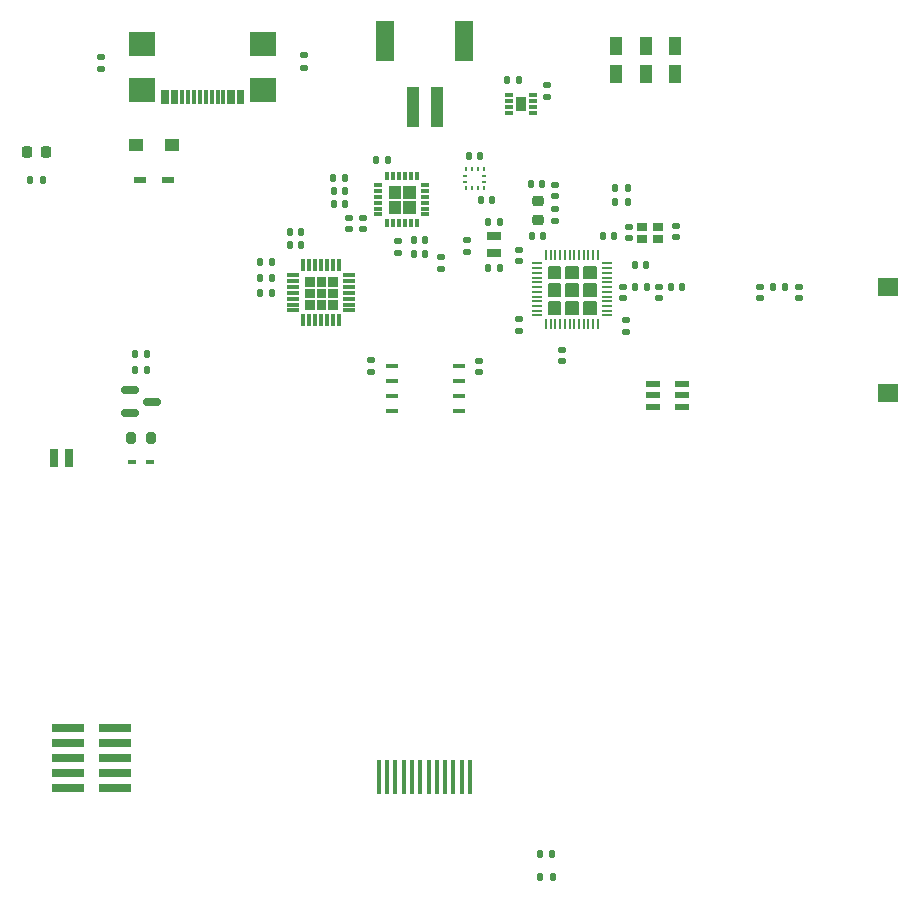
<source format=gbr>
%TF.GenerationSoftware,KiCad,Pcbnew,8.0.3*%
%TF.CreationDate,2024-06-23T22:11:50-05:00*%
%TF.ProjectId,GeckoDevelopmentBoard,4765636b-6f44-4657-9665-6c6f706d656e,rev?*%
%TF.SameCoordinates,Original*%
%TF.FileFunction,Paste,Top*%
%TF.FilePolarity,Positive*%
%FSLAX46Y46*%
G04 Gerber Fmt 4.6, Leading zero omitted, Abs format (unit mm)*
G04 Created by KiCad (PCBNEW 8.0.3) date 2024-06-23 22:11:50*
%MOMM*%
%LPD*%
G01*
G04 APERTURE LIST*
G04 Aperture macros list*
%AMRoundRect*
0 Rectangle with rounded corners*
0 $1 Rounding radius*
0 $2 $3 $4 $5 $6 $7 $8 $9 X,Y pos of 4 corners*
0 Add a 4 corners polygon primitive as box body*
4,1,4,$2,$3,$4,$5,$6,$7,$8,$9,$2,$3,0*
0 Add four circle primitives for the rounded corners*
1,1,$1+$1,$2,$3*
1,1,$1+$1,$4,$5*
1,1,$1+$1,$6,$7*
1,1,$1+$1,$8,$9*
0 Add four rect primitives between the rounded corners*
20,1,$1+$1,$2,$3,$4,$5,0*
20,1,$1+$1,$4,$5,$6,$7,0*
20,1,$1+$1,$6,$7,$8,$9,0*
20,1,$1+$1,$8,$9,$2,$3,0*%
G04 Aperture macros list end*
%ADD10C,0.200000*%
%ADD11C,0.100000*%
%ADD12R,1.240000X1.120000*%
%ADD13RoundRect,0.200000X-0.200000X-0.275000X0.200000X-0.275000X0.200000X0.275000X-0.200000X0.275000X0*%
%ADD14RoundRect,0.140000X-0.170000X0.140000X-0.170000X-0.140000X0.170000X-0.140000X0.170000X0.140000X0*%
%ADD15R,0.850000X0.750000*%
%ADD16RoundRect,0.150000X-0.587500X-0.150000X0.587500X-0.150000X0.587500X0.150000X-0.587500X0.150000X0*%
%ADD17RoundRect,0.218750X-0.218750X-0.256250X0.218750X-0.256250X0.218750X0.256250X-0.218750X0.256250X0*%
%ADD18R,0.280000X0.410000*%
%ADD19R,0.410000X0.280000*%
%ADD20RoundRect,0.140000X0.170000X-0.140000X0.170000X0.140000X-0.170000X0.140000X-0.170000X-0.140000X0*%
%ADD21R,0.400000X3.000000*%
%ADD22RoundRect,0.140000X0.140000X0.170000X-0.140000X0.170000X-0.140000X-0.170000X0.140000X-0.170000X0*%
%ADD23RoundRect,0.135000X-0.185000X0.135000X-0.185000X-0.135000X0.185000X-0.135000X0.185000X0.135000X0*%
%ADD24RoundRect,0.135000X-0.135000X-0.185000X0.135000X-0.185000X0.135000X0.185000X-0.135000X0.185000X0*%
%ADD25RoundRect,0.218750X0.256250X-0.218750X0.256250X0.218750X-0.256250X0.218750X-0.256250X-0.218750X0*%
%ADD26R,0.750000X0.300000*%
%ADD27R,0.900000X1.300000*%
%ADD28R,1.100000X0.450000*%
%ADD29R,0.850000X0.200000*%
%ADD30R,0.200000X0.850000*%
%ADD31RoundRect,0.135000X0.135000X0.185000X-0.135000X0.185000X-0.135000X-0.185000X0.135000X-0.185000X0*%
%ADD32R,0.640000X0.420000*%
%ADD33R,0.300000X1.150000*%
%ADD34R,2.180000X2.000000*%
%ADD35RoundRect,0.140000X-0.140000X-0.170000X0.140000X-0.170000X0.140000X0.170000X-0.140000X0.170000X0*%
%ADD36RoundRect,0.147500X-0.147500X-0.172500X0.147500X-0.172500X0.147500X0.172500X-0.147500X0.172500X0*%
%ADD37R,1.000000X1.600000*%
%ADD38RoundRect,0.135000X0.185000X-0.135000X0.185000X0.135000X-0.185000X0.135000X-0.185000X-0.135000X0*%
%ADD39R,2.770000X0.650000*%
%ADD40R,0.300000X1.000000*%
%ADD41R,1.000000X0.300000*%
%ADD42R,1.200000X0.550000*%
%ADD43R,1.000000X3.500000*%
%ADD44R,1.500000X3.400000*%
%ADD45R,0.800000X1.500000*%
%ADD46R,1.800000X1.500000*%
%ADD47R,1.300000X0.800000*%
%ADD48R,0.800000X0.300000*%
%ADD49R,0.300000X0.800000*%
%ADD50RoundRect,0.147500X0.147500X0.172500X-0.147500X0.172500X-0.147500X-0.172500X0.147500X-0.172500X0*%
%ADD51RoundRect,0.147500X-0.172500X0.147500X-0.172500X-0.147500X0.172500X-0.147500X0.172500X0.147500X0*%
%ADD52R,1.075000X0.500000*%
G04 APERTURE END LIST*
%TO.C,U1*%
D10*
X103020000Y-74270000D02*
X104020000Y-74270000D01*
X104020000Y-75270000D01*
X103020000Y-75270000D01*
X103020000Y-74270000D01*
G36*
X103020000Y-74270000D02*
G01*
X104020000Y-74270000D01*
X104020000Y-75270000D01*
X103020000Y-75270000D01*
X103020000Y-74270000D01*
G37*
X103020000Y-75770000D02*
X104020000Y-75770000D01*
X104020000Y-76770000D01*
X103020000Y-76770000D01*
X103020000Y-75770000D01*
G36*
X103020000Y-75770000D02*
G01*
X104020000Y-75770000D01*
X104020000Y-76770000D01*
X103020000Y-76770000D01*
X103020000Y-75770000D01*
G37*
X103020000Y-77270000D02*
X104020000Y-77270000D01*
X104020000Y-78270000D01*
X103020000Y-78270000D01*
X103020000Y-77270000D01*
G36*
X103020000Y-77270000D02*
G01*
X104020000Y-77270000D01*
X104020000Y-78270000D01*
X103020000Y-78270000D01*
X103020000Y-77270000D01*
G37*
X104520000Y-74270000D02*
X105520000Y-74270000D01*
X105520000Y-75270000D01*
X104520000Y-75270000D01*
X104520000Y-74270000D01*
G36*
X104520000Y-74270000D02*
G01*
X105520000Y-74270000D01*
X105520000Y-75270000D01*
X104520000Y-75270000D01*
X104520000Y-74270000D01*
G37*
X104520000Y-75770000D02*
X105520000Y-75770000D01*
X105520000Y-76770000D01*
X104520000Y-76770000D01*
X104520000Y-75770000D01*
G36*
X104520000Y-75770000D02*
G01*
X105520000Y-75770000D01*
X105520000Y-76770000D01*
X104520000Y-76770000D01*
X104520000Y-75770000D01*
G37*
X104520000Y-77270000D02*
X105520000Y-77270000D01*
X105520000Y-78270000D01*
X104520000Y-78270000D01*
X104520000Y-77270000D01*
G36*
X104520000Y-77270000D02*
G01*
X105520000Y-77270000D01*
X105520000Y-78270000D01*
X104520000Y-78270000D01*
X104520000Y-77270000D01*
G37*
X106020000Y-74270000D02*
X107020000Y-74270000D01*
X107020000Y-75270000D01*
X106020000Y-75270000D01*
X106020000Y-74270000D01*
G36*
X106020000Y-74270000D02*
G01*
X107020000Y-74270000D01*
X107020000Y-75270000D01*
X106020000Y-75270000D01*
X106020000Y-74270000D01*
G37*
X106020000Y-75770000D02*
X107020000Y-75770000D01*
X107020000Y-76770000D01*
X106020000Y-76770000D01*
X106020000Y-75770000D01*
G36*
X106020000Y-75770000D02*
G01*
X107020000Y-75770000D01*
X107020000Y-76770000D01*
X106020000Y-76770000D01*
X106020000Y-75770000D01*
G37*
X106020000Y-77270000D02*
X107020000Y-77270000D01*
X107020000Y-78270000D01*
X106020000Y-78270000D01*
X106020000Y-77270000D01*
G36*
X106020000Y-77270000D02*
G01*
X107020000Y-77270000D01*
X107020000Y-78270000D01*
X106020000Y-78270000D01*
X106020000Y-77270000D01*
G37*
%TO.C,IC1*%
D11*
X83130000Y-75125000D02*
X82380000Y-75125000D01*
X82380000Y-75875000D01*
X83130000Y-75875000D01*
X83130000Y-75125000D01*
G36*
X83130000Y-75125000D02*
G01*
X82380000Y-75125000D01*
X82380000Y-75875000D01*
X83130000Y-75875000D01*
X83130000Y-75125000D01*
G37*
X83130000Y-76125000D02*
X82380000Y-76125000D01*
X82380000Y-76875000D01*
X83130000Y-76875000D01*
X83130000Y-76125000D01*
G36*
X83130000Y-76125000D02*
G01*
X82380000Y-76125000D01*
X82380000Y-76875000D01*
X83130000Y-76875000D01*
X83130000Y-76125000D01*
G37*
X83130000Y-77125000D02*
X82380000Y-77125000D01*
X82380000Y-77875000D01*
X83130000Y-77875000D01*
X83130000Y-77125000D01*
G36*
X83130000Y-77125000D02*
G01*
X82380000Y-77125000D01*
X82380000Y-77875000D01*
X83130000Y-77875000D01*
X83130000Y-77125000D01*
G37*
X84130000Y-75125000D02*
X83380000Y-75125000D01*
X83380000Y-75875000D01*
X84130000Y-75875000D01*
X84130000Y-75125000D01*
G36*
X84130000Y-75125000D02*
G01*
X83380000Y-75125000D01*
X83380000Y-75875000D01*
X84130000Y-75875000D01*
X84130000Y-75125000D01*
G37*
X84130000Y-76125000D02*
X83380000Y-76125000D01*
X83380000Y-76875000D01*
X84130000Y-76875000D01*
X84130000Y-76125000D01*
G36*
X84130000Y-76125000D02*
G01*
X83380000Y-76125000D01*
X83380000Y-76875000D01*
X84130000Y-76875000D01*
X84130000Y-76125000D01*
G37*
X84130000Y-77125000D02*
X83380000Y-77125000D01*
X83380000Y-77875000D01*
X84130000Y-77875000D01*
X84130000Y-77125000D01*
G36*
X84130000Y-77125000D02*
G01*
X83380000Y-77125000D01*
X83380000Y-77875000D01*
X84130000Y-77875000D01*
X84130000Y-77125000D01*
G37*
X85130000Y-75125000D02*
X84380000Y-75125000D01*
X84380000Y-75875000D01*
X85130000Y-75875000D01*
X85130000Y-75125000D01*
G36*
X85130000Y-75125000D02*
G01*
X84380000Y-75125000D01*
X84380000Y-75875000D01*
X85130000Y-75875000D01*
X85130000Y-75125000D01*
G37*
X85130000Y-76125000D02*
X84380000Y-76125000D01*
X84380000Y-76875000D01*
X85130000Y-76875000D01*
X85130000Y-76125000D01*
G36*
X85130000Y-76125000D02*
G01*
X84380000Y-76125000D01*
X84380000Y-76875000D01*
X85130000Y-76875000D01*
X85130000Y-76125000D01*
G37*
X85130000Y-77125000D02*
X84380000Y-77125000D01*
X84380000Y-77875000D01*
X85130000Y-77875000D01*
X85130000Y-77125000D01*
G36*
X85130000Y-77125000D02*
G01*
X84380000Y-77125000D01*
X84380000Y-77875000D01*
X85130000Y-77875000D01*
X85130000Y-77125000D01*
G37*
%TO.C,U200*%
X90480000Y-68470000D02*
X89480000Y-68470000D01*
X89480000Y-67470000D01*
X90480000Y-67470000D01*
X90480000Y-68470000D01*
G36*
X90480000Y-68470000D02*
G01*
X89480000Y-68470000D01*
X89480000Y-67470000D01*
X90480000Y-67470000D01*
X90480000Y-68470000D01*
G37*
X90480000Y-69720000D02*
X89480000Y-69720000D01*
X89480000Y-68720000D01*
X90480000Y-68720000D01*
X90480000Y-69720000D01*
G36*
X90480000Y-69720000D02*
G01*
X89480000Y-69720000D01*
X89480000Y-68720000D01*
X90480000Y-68720000D01*
X90480000Y-69720000D01*
G37*
X91730000Y-68470000D02*
X90730000Y-68470000D01*
X90730000Y-67470000D01*
X91730000Y-67470000D01*
X91730000Y-68470000D01*
G36*
X91730000Y-68470000D02*
G01*
X90730000Y-68470000D01*
X90730000Y-67470000D01*
X91730000Y-67470000D01*
X91730000Y-68470000D01*
G37*
X91730000Y-69720000D02*
X90730000Y-69720000D01*
X90730000Y-68720000D01*
X91730000Y-68720000D01*
X91730000Y-69720000D01*
G36*
X91730000Y-69720000D02*
G01*
X90730000Y-69720000D01*
X90730000Y-68720000D01*
X91730000Y-68720000D01*
X91730000Y-69720000D01*
G37*
%TD*%
D12*
%TO.C,D200*%
X68100000Y-64000000D03*
X71100000Y-64000000D03*
%TD*%
D13*
%TO.C,R101*%
X67705000Y-88795000D03*
X69355000Y-88795000D03*
%TD*%
D14*
%TO.C,C26*%
X109340000Y-76000000D03*
X109340000Y-76960000D03*
%TD*%
D15*
%TO.C,Y2*%
X112325000Y-70875000D03*
X110975000Y-70875000D03*
X110975000Y-71925000D03*
X112325000Y-71925000D03*
%TD*%
D16*
%TO.C,Q100*%
X67562500Y-84745000D03*
X67562500Y-86645000D03*
X69437500Y-85695000D03*
%TD*%
D17*
%TO.C,D202*%
X58872500Y-64600000D03*
X60447500Y-64600000D03*
%TD*%
D18*
%TO.C,U102*%
X96025000Y-67638330D03*
X96525000Y-67638330D03*
X97025000Y-67638330D03*
X97525000Y-67638330D03*
D19*
X97590000Y-67073330D03*
X97590000Y-66573330D03*
D18*
X97525000Y-66008330D03*
X97025000Y-66008330D03*
X96525000Y-66008330D03*
X96025000Y-66008330D03*
D19*
X95960000Y-66573330D03*
X95960000Y-67073330D03*
%TD*%
D20*
%TO.C,C12*%
X100500000Y-73780000D03*
X100500000Y-72820000D03*
%TD*%
D14*
%TO.C,C201*%
X87300000Y-70120000D03*
X87300000Y-71080000D03*
%TD*%
D21*
%TO.C,U101*%
X96360000Y-117500000D03*
X95660000Y-117500000D03*
X94960000Y-117500000D03*
X94260000Y-117500000D03*
X93560000Y-117500000D03*
X92860000Y-117500000D03*
X92160000Y-117500000D03*
X91460000Y-117500000D03*
X90760000Y-117500000D03*
X90060000Y-117500000D03*
X89360000Y-117500000D03*
X88660000Y-117500000D03*
%TD*%
D22*
%TO.C,C205*%
X92580000Y-73200000D03*
X91620000Y-73200000D03*
%TD*%
%TO.C,C103*%
X97230000Y-64900000D03*
X96270000Y-64900000D03*
%TD*%
D23*
%TO.C,R203*%
X65100000Y-56490000D03*
X65100000Y-57510000D03*
%TD*%
D14*
%TO.C,C30*%
X124190000Y-76000000D03*
X124190000Y-76960000D03*
%TD*%
D24*
%TO.C,R201*%
X108690000Y-67600000D03*
X109710000Y-67600000D03*
%TD*%
D25*
%TO.C,L1*%
X102100000Y-70287500D03*
X102100000Y-68712500D03*
%TD*%
D26*
%TO.C,IC200*%
X101700000Y-61250000D03*
X101700000Y-60750000D03*
X101700000Y-60250000D03*
X101700000Y-59750000D03*
X99700000Y-59750000D03*
X99700000Y-60250000D03*
X99700000Y-60750000D03*
X99700000Y-61250000D03*
D27*
X100700000Y-60500000D03*
%TD*%
D28*
%TO.C,U100*%
X89800000Y-82695000D03*
X89800000Y-83965000D03*
X89800000Y-85235000D03*
X89800000Y-86505000D03*
X95400000Y-86505000D03*
X95400000Y-85235000D03*
X95400000Y-83965000D03*
X95400000Y-82695000D03*
%TD*%
D22*
%TO.C,C8*%
X98880000Y-74400000D03*
X97920000Y-74400000D03*
%TD*%
D29*
%TO.C,U1*%
X102050000Y-74000000D03*
X102050000Y-74400000D03*
X102050000Y-74800000D03*
X102050000Y-75200000D03*
X102050000Y-75600000D03*
X102050000Y-76000000D03*
X102050000Y-76400000D03*
X102050000Y-76800000D03*
X102050000Y-77200000D03*
X102050000Y-77600000D03*
X102050000Y-78000000D03*
X102050000Y-78400000D03*
D30*
X102800000Y-79150000D03*
X103200000Y-79150000D03*
X103600000Y-79150000D03*
X104000000Y-79150000D03*
X104400000Y-79150000D03*
X104800000Y-79150000D03*
X105200000Y-79150000D03*
X105600000Y-79150000D03*
X106000000Y-79150000D03*
X106400000Y-79150000D03*
X106800000Y-79150000D03*
X107200000Y-79150000D03*
D29*
X107950000Y-78400000D03*
X107950000Y-78000000D03*
X107950000Y-77600000D03*
X107950000Y-77200000D03*
X107950000Y-76800000D03*
X107950000Y-76400000D03*
X107950000Y-76000000D03*
X107950000Y-75600000D03*
X107950000Y-75200000D03*
X107950000Y-74800000D03*
X107950000Y-74400000D03*
X107950000Y-74000000D03*
D30*
X107200000Y-73250000D03*
X106800000Y-73250000D03*
X106400000Y-73250000D03*
X106000000Y-73250000D03*
X105600000Y-73250000D03*
X105200000Y-73250000D03*
X104800000Y-73250000D03*
X104400000Y-73250000D03*
X104000000Y-73250000D03*
X103600000Y-73250000D03*
X103200000Y-73250000D03*
X102800000Y-73250000D03*
%TD*%
D24*
%TO.C,R14*%
X78590000Y-73900000D03*
X79610000Y-73900000D03*
%TD*%
D31*
%TO.C,R204*%
X109710000Y-68800000D03*
X108690000Y-68800000D03*
%TD*%
D32*
%TO.C,D100*%
X69270000Y-90795000D03*
X67770000Y-90795000D03*
%TD*%
D31*
%TO.C,R102*%
X69020000Y-81695000D03*
X68000000Y-81695000D03*
%TD*%
D33*
%TO.C,J200*%
X77100000Y-59928000D03*
X76300000Y-59928000D03*
X75000000Y-59928000D03*
X74000000Y-59928000D03*
X73500000Y-59928000D03*
X72500000Y-59928000D03*
X71200000Y-59928000D03*
X70400000Y-59928000D03*
X70700000Y-59928000D03*
X71500000Y-59928000D03*
X72000000Y-59928000D03*
X73000000Y-59928000D03*
X74500000Y-59928000D03*
X75500000Y-59928000D03*
X76000000Y-59928000D03*
X76800000Y-59928000D03*
D34*
X78860000Y-55423000D03*
X68640000Y-55423000D03*
X78860000Y-59353000D03*
X68640000Y-59353000D03*
%TD*%
D35*
%TO.C,C102*%
X97295000Y-68650000D03*
X98255000Y-68650000D03*
%TD*%
D36*
%TO.C,L6*%
X122065000Y-76000000D03*
X123035000Y-76000000D03*
%TD*%
D22*
%TO.C,C6*%
X82080000Y-71300000D03*
X81120000Y-71300000D03*
%TD*%
D37*
%TO.C,SW200*%
X108750000Y-55550000D03*
X108750000Y-57950000D03*
X111250000Y-55550000D03*
X111250000Y-57950000D03*
X113750000Y-55550000D03*
X113750000Y-57950000D03*
%TD*%
D38*
%TO.C,R10*%
X93900000Y-74510000D03*
X93900000Y-73490000D03*
%TD*%
D14*
%TO.C,C5*%
X100500000Y-78740000D03*
X100500000Y-79700000D03*
%TD*%
%TO.C,C27*%
X112340000Y-76000000D03*
X112340000Y-76960000D03*
%TD*%
D31*
%TO.C,R103*%
X69020000Y-82995000D03*
X68000000Y-82995000D03*
%TD*%
%TO.C,R207*%
X89410000Y-65200000D03*
X88390000Y-65200000D03*
%TD*%
D38*
%TO.C,R100*%
X88030000Y-83225000D03*
X88030000Y-82205000D03*
%TD*%
D31*
%TO.C,R206*%
X85810000Y-66800000D03*
X84790000Y-66800000D03*
%TD*%
D24*
%TO.C,R104*%
X102340000Y-125925000D03*
X103360000Y-125925000D03*
%TD*%
D31*
%TO.C,R200*%
X60180000Y-66940000D03*
X59160000Y-66940000D03*
%TD*%
D22*
%TO.C,C11*%
X102480000Y-67300000D03*
X101520000Y-67300000D03*
%TD*%
D35*
%TO.C,C9*%
X97920000Y-70450000D03*
X98880000Y-70450000D03*
%TD*%
%TO.C,C2*%
X107645000Y-71700000D03*
X108605000Y-71700000D03*
%TD*%
D14*
%TO.C,C206*%
X90300000Y-72120000D03*
X90300000Y-73080000D03*
%TD*%
D24*
%TO.C,R11*%
X78590000Y-76500000D03*
X79610000Y-76500000D03*
%TD*%
D36*
%TO.C,L4*%
X110355000Y-76000000D03*
X111325000Y-76000000D03*
%TD*%
D14*
%TO.C,C100*%
X97130000Y-82235000D03*
X97130000Y-83195000D03*
%TD*%
D22*
%TO.C,C204*%
X85780000Y-67900000D03*
X84820000Y-67900000D03*
%TD*%
D31*
%TO.C,R15*%
X79610000Y-75200000D03*
X78590000Y-75200000D03*
%TD*%
D39*
%TO.C,J4*%
X66350000Y-118380000D03*
X62310000Y-118380000D03*
X66350000Y-117110000D03*
X62310000Y-117110000D03*
X66350000Y-115840000D03*
X62310000Y-115840000D03*
X66350000Y-114570000D03*
X62310000Y-114570000D03*
X66350000Y-113300000D03*
X62310000Y-113300000D03*
%TD*%
D40*
%TO.C,IC1*%
X85250000Y-74130000D03*
X84750000Y-74130000D03*
X84250000Y-74130000D03*
X83750000Y-74130000D03*
X83250000Y-74130000D03*
X82750000Y-74130000D03*
X82250000Y-74130000D03*
D41*
X81400000Y-74980000D03*
X81400000Y-75480000D03*
X81400000Y-75980000D03*
X81400000Y-76480000D03*
X81400000Y-76980000D03*
X81400000Y-77480000D03*
X81400000Y-77980000D03*
D40*
X82250000Y-78830000D03*
X82750000Y-78830000D03*
X83250000Y-78830000D03*
X83750000Y-78830000D03*
X84250000Y-78830000D03*
X84750000Y-78830000D03*
X85250000Y-78830000D03*
D41*
X86100000Y-77980000D03*
X86100000Y-77480000D03*
X86100000Y-76980000D03*
X86100000Y-76480000D03*
X86100000Y-75980000D03*
X86100000Y-75480000D03*
X86100000Y-74980000D03*
%TD*%
D20*
%TO.C,C10*%
X103600000Y-68280000D03*
X103600000Y-67320000D03*
%TD*%
%TO.C,C25*%
X113800000Y-71780000D03*
X113800000Y-70820000D03*
%TD*%
D42*
%TO.C,U103*%
X114350000Y-86125000D03*
X114350000Y-85175000D03*
X114350000Y-84225000D03*
X111850000Y-84225000D03*
X111850000Y-85175000D03*
X111850000Y-86125000D03*
%TD*%
D36*
%TO.C,L5*%
X113355000Y-76000000D03*
X114325000Y-76000000D03*
%TD*%
D24*
%TO.C,R205*%
X99490000Y-58450000D03*
X100510000Y-58450000D03*
%TD*%
D22*
%TO.C,C203*%
X85780000Y-69000000D03*
X84820000Y-69000000D03*
%TD*%
D14*
%TO.C,C200*%
X86100000Y-70120000D03*
X86100000Y-71080000D03*
%TD*%
D43*
%TO.C,J201*%
X93550000Y-60750000D03*
X91550000Y-60750000D03*
D44*
X95900000Y-55200000D03*
X89200000Y-55200000D03*
%TD*%
D45*
%TO.C,M100*%
X61120000Y-90445000D03*
X62420000Y-90445000D03*
%TD*%
D46*
%TO.C,E200*%
X131790000Y-76000000D03*
X131790000Y-85000000D03*
%TD*%
D35*
%TO.C,C13*%
X110320000Y-74100000D03*
X111280000Y-74100000D03*
%TD*%
D47*
%TO.C,Y1*%
X98400000Y-71700000D03*
X98400000Y-73100000D03*
%TD*%
D38*
%TO.C,R9*%
X96100000Y-73010000D03*
X96100000Y-71990000D03*
%TD*%
D20*
%TO.C,C202*%
X102900000Y-59880000D03*
X102900000Y-58920000D03*
%TD*%
D14*
%TO.C,C29*%
X120920000Y-76000000D03*
X120920000Y-76960000D03*
%TD*%
D22*
%TO.C,C7*%
X82080000Y-72400000D03*
X81120000Y-72400000D03*
%TD*%
D23*
%TO.C,R202*%
X82300000Y-56390000D03*
X82300000Y-57410000D03*
%TD*%
D14*
%TO.C,C4*%
X104175000Y-81320000D03*
X104175000Y-82280000D03*
%TD*%
D48*
%TO.C,U200*%
X92600000Y-69850000D03*
X92600000Y-69350000D03*
X92600000Y-68850000D03*
X92600000Y-68350000D03*
X92600000Y-67850000D03*
X92600000Y-67350000D03*
D49*
X91850000Y-66600000D03*
X91350000Y-66600000D03*
X90850000Y-66600000D03*
X90350000Y-66600000D03*
X89850000Y-66600000D03*
X89350000Y-66600000D03*
D48*
X88600000Y-67350000D03*
X88600000Y-67850000D03*
X88600000Y-68350000D03*
X88600000Y-68850000D03*
X88600000Y-69350000D03*
X88600000Y-69850000D03*
D49*
X89350000Y-70600000D03*
X89850000Y-70600000D03*
X90350000Y-70600000D03*
X90850000Y-70600000D03*
X91350000Y-70600000D03*
X91850000Y-70600000D03*
%TD*%
D50*
%TO.C,L200*%
X92585000Y-72000000D03*
X91615000Y-72000000D03*
%TD*%
D51*
%TO.C,L2*%
X103600000Y-69415000D03*
X103600000Y-70385000D03*
%TD*%
D20*
%TO.C,C21*%
X109800000Y-71880000D03*
X109800000Y-70920000D03*
%TD*%
D22*
%TO.C,C1*%
X102560000Y-71700000D03*
X101600000Y-71700000D03*
%TD*%
D14*
%TO.C,C3*%
X109600000Y-78820000D03*
X109600000Y-79780000D03*
%TD*%
D35*
%TO.C,C101*%
X102320000Y-124025000D03*
X103280000Y-124025000D03*
%TD*%
D52*
%TO.C,D201*%
X68438000Y-66900000D03*
X70762000Y-66900000D03*
%TD*%
M02*

</source>
